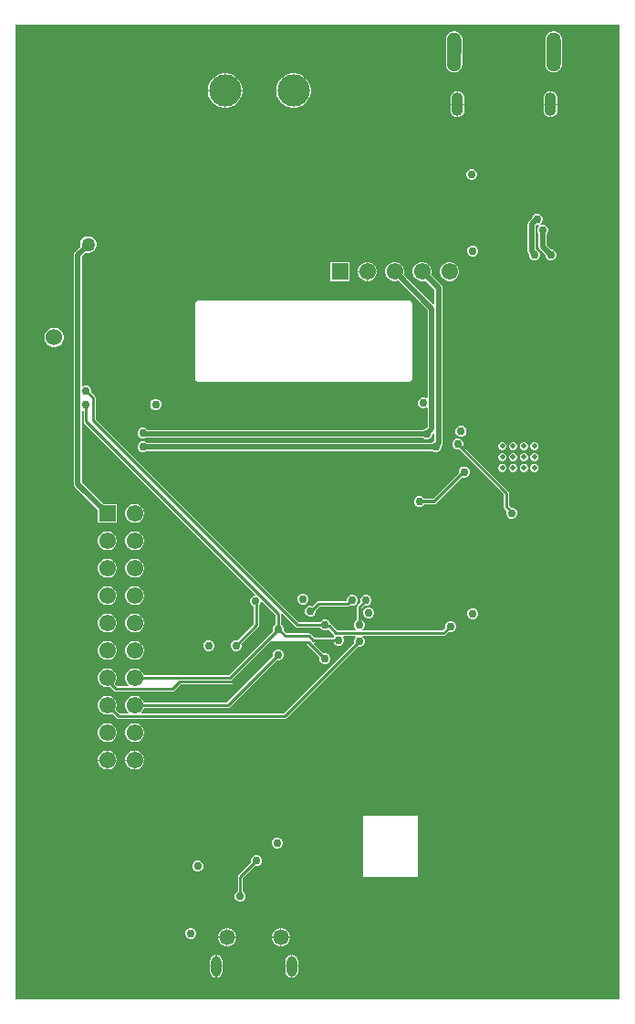
<source format=gbl>
G04*
G04 #@! TF.GenerationSoftware,Altium Limited,Altium Designer,22.5.1 (42)*
G04*
G04 Layer_Physical_Order=4*
G04 Layer_Color=16711680*
%FSLAX25Y25*%
%MOIN*%
G70*
G04*
G04 #@! TF.SameCoordinates,75008074-F7BD-429D-95DE-B313E7B70AFA*
G04*
G04*
G04 #@! TF.FilePolarity,Positive*
G04*
G01*
G75*
%ADD13C,0.01000*%
%ADD115C,0.00932*%
%ADD116C,0.02000*%
%ADD117C,0.01200*%
%ADD121O,0.03740X0.07480*%
%ADD122C,0.05709*%
%ADD123C,0.01181*%
%ADD124C,0.11811*%
%ADD125O,0.05118X0.10236*%
%ADD126O,0.04331X0.08661*%
%ADD127R,0.06102X0.06102*%
%ADD128C,0.06102*%
%ADD129C,0.06000*%
%ADD130C,0.01968*%
%ADD131C,0.05000*%
%ADD132C,0.03000*%
%ADD133C,0.23622*%
G36*
X968097Y443503D02*
X747203D01*
Y799397D01*
X968097D01*
Y443503D01*
D02*
G37*
%LPC*%
G36*
X943975Y796851D02*
X943964Y796847D01*
X943953Y796851D01*
X943819Y796847D01*
X943808Y796842D01*
X943796Y796846D01*
X943662Y796836D01*
X943652Y796830D01*
X943640Y796833D01*
X943507Y796816D01*
X943497Y796810D01*
X943485Y796812D01*
X943353Y796788D01*
X943343Y796781D01*
X943331Y796783D01*
X943200Y796752D01*
X943191Y796745D01*
X943179Y796746D01*
X943050Y796708D01*
X943041Y796700D01*
X943029Y796701D01*
X942902Y796656D01*
X942893Y796648D01*
X942881D01*
X942757Y796597D01*
X942749Y796588D01*
X942737Y796588D01*
X942616Y796530D01*
X942608Y796521D01*
X942595Y796520D01*
X942478Y796456D01*
X942470Y796446D01*
X942458Y796445D01*
X942344Y796375D01*
X942337Y796365D01*
X942325Y796362D01*
X942214Y796286D01*
X942208Y796276D01*
X942196Y796273D01*
X942090Y796191D01*
X942084Y796181D01*
X942072Y796177D01*
X941970Y796090D01*
X941965Y796079D01*
X941953Y796075D01*
X941856Y795983D01*
X941851Y795972D01*
X941840Y795967D01*
X941748Y795869D01*
X941744Y795858D01*
X941733Y795853D01*
X941646Y795751D01*
X941642Y795739D01*
X941632Y795733D01*
X941550Y795627D01*
X941547Y795615D01*
X941537Y795609D01*
X941461Y795498D01*
X941458Y795486D01*
X941448Y795479D01*
X941378Y795365D01*
X941377Y795353D01*
X941367Y795345D01*
X941303Y795227D01*
X941302Y795215D01*
X941293Y795207D01*
X941235Y795086D01*
X941235Y795074D01*
X941226Y795066D01*
X941175Y794942D01*
Y794930D01*
X941167Y794921D01*
X941122Y794794D01*
X941123Y794782D01*
X941115Y794773D01*
X941077Y794644D01*
X941078Y794632D01*
X941071Y794623D01*
X941040Y794492D01*
X941042Y794480D01*
X941035Y794470D01*
X941011Y794338D01*
X941013Y794326D01*
X941007Y794316D01*
X940990Y794183D01*
X940993Y794171D01*
X940987Y794161D01*
X940977Y794027D01*
X940981Y794016D01*
X940976Y794004D01*
X940972Y793870D01*
X940974Y793865D01*
X940972Y793859D01*
Y784804D01*
X940974Y784798D01*
X940972Y784793D01*
X940976Y784659D01*
X940981Y784648D01*
X940977Y784636D01*
X940987Y784503D01*
X940993Y784492D01*
X940990Y784480D01*
X941007Y784347D01*
X941013Y784337D01*
X941011Y784325D01*
X941035Y784193D01*
X941042Y784183D01*
X941040Y784171D01*
X941071Y784041D01*
X941078Y784031D01*
X941077Y784019D01*
X941115Y783890D01*
X941123Y783881D01*
X941122Y783869D01*
X941167Y783742D01*
X941175Y783733D01*
Y783721D01*
X941226Y783598D01*
X941235Y783589D01*
X941235Y783577D01*
X941293Y783456D01*
X941302Y783448D01*
X941303Y783436D01*
X941367Y783318D01*
X941377Y783310D01*
X941378Y783298D01*
X941449Y783184D01*
X941458Y783177D01*
X941461Y783165D01*
X941537Y783055D01*
X941547Y783048D01*
X941550Y783036D01*
X941632Y782930D01*
X941642Y782924D01*
X941646Y782912D01*
X941733Y782810D01*
X941744Y782805D01*
X941748Y782794D01*
X941840Y782696D01*
X941851Y782691D01*
X941856Y782680D01*
X941953Y782588D01*
X941965Y782584D01*
X941970Y782573D01*
X942072Y782486D01*
X942084Y782482D01*
X942090Y782472D01*
X942196Y782390D01*
X942208Y782387D01*
X942214Y782377D01*
X942325Y782301D01*
X942337Y782298D01*
X942344Y782289D01*
X942458Y782219D01*
X942470Y782217D01*
X942478Y782207D01*
X942595Y782143D01*
X942608Y782142D01*
X942616Y782133D01*
X942737Y782075D01*
X942749Y782075D01*
X942757Y782066D01*
X942881Y782015D01*
X942893D01*
X942902Y782007D01*
X943029Y781962D01*
X943041Y781963D01*
X943050Y781955D01*
X943179Y781917D01*
X943191Y781918D01*
X943200Y781911D01*
X943331Y781880D01*
X943343Y781882D01*
X943353Y781875D01*
X943485Y781851D01*
X943497Y781853D01*
X943507Y781847D01*
X943640Y781830D01*
X943652Y781833D01*
X943662Y781827D01*
X943796Y781817D01*
X943808Y781821D01*
X943819Y781816D01*
X943953Y781812D01*
X943964Y781816D01*
X943975Y781812D01*
X944109Y781816D01*
X944120Y781821D01*
X944132Y781817D01*
X944265Y781827D01*
X944276Y781833D01*
X944288Y781830D01*
X944421Y781847D01*
X944431Y781853D01*
X944443Y781851D01*
X944575Y781875D01*
X944585Y781882D01*
X944597Y781880D01*
X944727Y781911D01*
X944737Y781918D01*
X944749Y781917D01*
X944878Y781955D01*
X944887Y781963D01*
X944899Y781962D01*
X945026Y782007D01*
X945035Y782015D01*
X945047D01*
X945170Y782066D01*
X945179Y782075D01*
X945191Y782075D01*
X945312Y782133D01*
X945320Y782142D01*
X945332Y782143D01*
X945450Y782207D01*
X945458Y782217D01*
X945470Y782219D01*
X945584Y782289D01*
X945591Y782298D01*
X945603Y782301D01*
X945713Y782377D01*
X945720Y782387D01*
X945732Y782390D01*
X945838Y782472D01*
X945844Y782482D01*
X945856Y782486D01*
X945957Y782573D01*
X945963Y782584D01*
X945974Y782588D01*
X946072Y782680D01*
X946076Y782691D01*
X946087Y782696D01*
X946180Y782794D01*
X946184Y782805D01*
X946195Y782810D01*
X946282Y782912D01*
X946286Y782924D01*
X946296Y782930D01*
X946378Y783036D01*
X946381Y783048D01*
X946391Y783055D01*
X946467Y783165D01*
X946469Y783177D01*
X946479Y783184D01*
X946549Y783298D01*
X946551Y783310D01*
X946561Y783318D01*
X946624Y783436D01*
X946626Y783448D01*
X946635Y783456D01*
X946692Y783577D01*
X946693Y783589D01*
X946702Y783598D01*
X946753Y783721D01*
Y783733D01*
X946761Y783742D01*
X946806Y783869D01*
X946805Y783881D01*
X946813Y783890D01*
X946851Y784019D01*
X946850Y784031D01*
X946857Y784041D01*
X946888Y784171D01*
X946886Y784183D01*
X946893Y784193D01*
X946917Y784325D01*
X946915Y784337D01*
X946921Y784347D01*
X946938Y784480D01*
X946935Y784492D01*
X946941Y784503D01*
X946951Y784636D01*
X946947Y784648D01*
X946952Y784659D01*
X946956Y784793D01*
X946954Y784798D01*
X946956Y784804D01*
Y793859D01*
X946954Y793865D01*
X946956Y793870D01*
X946952Y794004D01*
X946947Y794016D01*
X946951Y794027D01*
X946941Y794161D01*
X946935Y794171D01*
X946938Y794183D01*
X946921Y794316D01*
X946915Y794326D01*
X946917Y794338D01*
X946893Y794470D01*
X946886Y794480D01*
X946888Y794492D01*
X946857Y794623D01*
X946850Y794632D01*
X946851Y794644D01*
X946813Y794773D01*
X946805Y794782D01*
X946806Y794794D01*
X946761Y794921D01*
X946753Y794930D01*
Y794942D01*
X946702Y795066D01*
X946693Y795074D01*
X946692Y795086D01*
X946635Y795207D01*
X946626Y795215D01*
X946624Y795227D01*
X946561Y795345D01*
X946551Y795353D01*
X946549Y795365D01*
X946479Y795479D01*
X946469Y795486D01*
X946467Y795498D01*
X946391Y795609D01*
X946381Y795615D01*
X946378Y795627D01*
X946296Y795733D01*
X946286Y795739D01*
X946282Y795751D01*
X946195Y795853D01*
X946184Y795858D01*
X946180Y795869D01*
X946087Y795967D01*
X946076Y795972D01*
X946072Y795983D01*
X945974Y796075D01*
X945963Y796079D01*
X945957Y796090D01*
X945856Y796177D01*
X945844Y796181D01*
X945838Y796191D01*
X945732Y796273D01*
X945720Y796276D01*
X945713Y796286D01*
X945603Y796362D01*
X945591Y796365D01*
X945584Y796375D01*
X945470Y796445D01*
X945458Y796446D01*
X945450Y796456D01*
X945332Y796520D01*
X945320Y796521D01*
X945312Y796530D01*
X945191Y796588D01*
X945179Y796588D01*
X945170Y796597D01*
X945047Y796648D01*
X945035D01*
X945026Y796656D01*
X944899Y796701D01*
X944887Y796700D01*
X944878Y796708D01*
X944749Y796746D01*
X944737Y796745D01*
X944727Y796752D01*
X944597Y796783D01*
X944585Y796781D01*
X944575Y796788D01*
X944443Y796812D01*
X944431Y796810D01*
X944421Y796816D01*
X944288Y796833D01*
X944276Y796830D01*
X944265Y796836D01*
X944132Y796846D01*
X944120Y796842D01*
X944109Y796847D01*
X943975Y796851D01*
D02*
G37*
G36*
X907597D02*
X907586Y796847D01*
X907575Y796851D01*
X907441Y796847D01*
X907430Y796842D01*
X907418Y796846D01*
X907285Y796836D01*
X907274Y796830D01*
X907262Y796833D01*
X907129Y796816D01*
X907119Y796810D01*
X907107Y796812D01*
X906975Y796788D01*
X906965Y796781D01*
X906953Y796783D01*
X906823Y796752D01*
X906813Y796745D01*
X906801Y796746D01*
X906672Y796708D01*
X906663Y796700D01*
X906651Y796701D01*
X906524Y796656D01*
X906515Y796648D01*
X906503D01*
X906379Y796597D01*
X906371Y796588D01*
X906359Y796588D01*
X906238Y796530D01*
X906230Y796521D01*
X906218Y796520D01*
X906100Y796456D01*
X906092Y796446D01*
X906080Y796445D01*
X905966Y796375D01*
X905959Y796365D01*
X905947Y796362D01*
X905837Y796286D01*
X905830Y796276D01*
X905818Y796273D01*
X905712Y796191D01*
X905706Y796181D01*
X905694Y796177D01*
X905592Y796090D01*
X905587Y796079D01*
X905576Y796075D01*
X905478Y795983D01*
X905474Y795972D01*
X905462Y795967D01*
X905370Y795869D01*
X905366Y795858D01*
X905355Y795853D01*
X905268Y795751D01*
X905264Y795739D01*
X905254Y795733D01*
X905172Y795627D01*
X905169Y795615D01*
X905159Y795609D01*
X905083Y795498D01*
X905080Y795486D01*
X905071Y795479D01*
X905001Y795365D01*
X904999Y795353D01*
X904989Y795345D01*
X904925Y795227D01*
X904924Y795215D01*
X904915Y795207D01*
X904857Y795086D01*
X904857Y795074D01*
X904848Y795066D01*
X904797Y794942D01*
Y794930D01*
X904789Y794921D01*
X904744Y794794D01*
X904745Y794782D01*
X904737Y794773D01*
X904699Y794644D01*
X904700Y794632D01*
X904693Y794623D01*
X904662Y794492D01*
X904664Y794480D01*
X904657Y794470D01*
X904633Y794338D01*
X904635Y794326D01*
X904629Y794316D01*
X904612Y794183D01*
X904615Y794171D01*
X904609Y794161D01*
X904599Y794027D01*
X904603Y794016D01*
X904598Y794004D01*
X904594Y793870D01*
X904596Y793865D01*
X904594Y793859D01*
Y784804D01*
X904596Y784798D01*
X904594Y784793D01*
X904598Y784659D01*
X904603Y784648D01*
X904599Y784636D01*
X904609Y784503D01*
X904615Y784492D01*
X904612Y784480D01*
X904629Y784347D01*
X904635Y784337D01*
X904633Y784325D01*
X904657Y784193D01*
X904664Y784183D01*
X904662Y784171D01*
X904693Y784041D01*
X904700Y784031D01*
X904699Y784019D01*
X904737Y783890D01*
X904745Y783881D01*
X904744Y783869D01*
X904789Y783742D01*
X904797Y783733D01*
Y783721D01*
X904848Y783598D01*
X904857Y783589D01*
X904857Y783577D01*
X904915Y783456D01*
X904924Y783448D01*
X904925Y783436D01*
X904989Y783318D01*
X904999Y783310D01*
X905001Y783298D01*
X905071Y783184D01*
X905080Y783177D01*
X905083Y783165D01*
X905159Y783055D01*
X905169Y783048D01*
X905172Y783036D01*
X905254Y782930D01*
X905264Y782924D01*
X905268Y782912D01*
X905355Y782810D01*
X905366Y782805D01*
X905370Y782794D01*
X905462Y782696D01*
X905474Y782691D01*
X905478Y782680D01*
X905576Y782588D01*
X905587Y782584D01*
X905592Y782573D01*
X905694Y782486D01*
X905706Y782482D01*
X905712Y782472D01*
X905818Y782390D01*
X905830Y782387D01*
X905837Y782377D01*
X905947Y782301D01*
X905959Y782298D01*
X905966Y782289D01*
X906080Y782219D01*
X906092Y782217D01*
X906100Y782207D01*
X906218Y782143D01*
X906230Y782142D01*
X906238Y782133D01*
X906359Y782075D01*
X906371Y782075D01*
X906379Y782066D01*
X906503Y782015D01*
X906515D01*
X906524Y782007D01*
X906651Y781962D01*
X906663Y781963D01*
X906672Y781955D01*
X906801Y781917D01*
X906813Y781918D01*
X906823Y781911D01*
X906953Y781880D01*
X906965Y781882D01*
X906975Y781875D01*
X907107Y781851D01*
X907119Y781853D01*
X907129Y781847D01*
X907262Y781830D01*
X907274Y781833D01*
X907285Y781827D01*
X907418Y781817D01*
X907430Y781821D01*
X907441Y781816D01*
X907575Y781812D01*
X907586Y781816D01*
X907597Y781812D01*
X907731Y781816D01*
X907742Y781821D01*
X907754Y781817D01*
X907887Y781827D01*
X907898Y781833D01*
X907910Y781830D01*
X908043Y781847D01*
X908053Y781853D01*
X908065Y781851D01*
X908197Y781875D01*
X908207Y781882D01*
X908219Y781880D01*
X908349Y781911D01*
X908359Y781918D01*
X908371Y781917D01*
X908500Y781955D01*
X908509Y781963D01*
X908521Y781962D01*
X908648Y782007D01*
X908657Y782015D01*
X908669D01*
X908792Y782066D01*
X908801Y782075D01*
X908813Y782075D01*
X908934Y782133D01*
X908942Y782142D01*
X908954Y782143D01*
X909072Y782207D01*
X909080Y782217D01*
X909092Y782219D01*
X909206Y782289D01*
X909213Y782298D01*
X909225Y782301D01*
X909335Y782377D01*
X909342Y782387D01*
X909354Y782390D01*
X909460Y782472D01*
X909466Y782482D01*
X909478Y782486D01*
X909579Y782573D01*
X909585Y782584D01*
X909596Y782588D01*
X909694Y782680D01*
X909698Y782691D01*
X909710Y782696D01*
X909802Y782794D01*
X909806Y782805D01*
X909817Y782810D01*
X909904Y782912D01*
X909908Y782924D01*
X909918Y782930D01*
X910000Y783036D01*
X910003Y783048D01*
X910013Y783055D01*
X910089Y783165D01*
X910091Y783177D01*
X910101Y783184D01*
X910171Y783298D01*
X910173Y783310D01*
X910183Y783318D01*
X910247Y783436D01*
X910248Y783448D01*
X910257Y783456D01*
X910315Y783577D01*
X910315Y783589D01*
X910324Y783598D01*
X910375Y783721D01*
Y783733D01*
X910383Y783742D01*
X910428Y783869D01*
X910427Y783881D01*
X910435Y783890D01*
X910473Y784019D01*
X910472Y784031D01*
X910479Y784041D01*
X910510Y784171D01*
X910508Y784183D01*
X910515Y784193D01*
X910539Y784325D01*
X910537Y784337D01*
X910543Y784347D01*
X910560Y784480D01*
X910557Y784492D01*
X910563Y784503D01*
X910573Y784636D01*
X910569Y784648D01*
X910574Y784659D01*
X910578Y784793D01*
X910576Y784798D01*
X910578Y784804D01*
Y793859D01*
X910576Y793865D01*
X910578Y793870D01*
X910574Y794004D01*
X910569Y794016D01*
X910573Y794027D01*
X910563Y794161D01*
X910557Y794171D01*
X910560Y794183D01*
X910543Y794316D01*
X910537Y794326D01*
X910539Y794338D01*
X910515Y794470D01*
X910508Y794480D01*
X910510Y794492D01*
X910479Y794623D01*
X910472Y794632D01*
X910473Y794644D01*
X910435Y794773D01*
X910427Y794782D01*
X910428Y794794D01*
X910383Y794921D01*
X910375Y794930D01*
Y794942D01*
X910324Y795066D01*
X910315Y795074D01*
X910315Y795086D01*
X910257Y795207D01*
X910248Y795215D01*
X910247Y795227D01*
X910183Y795345D01*
X910173Y795353D01*
X910171Y795365D01*
X910101Y795479D01*
X910091Y795486D01*
X910089Y795498D01*
X910013Y795609D01*
X910003Y795615D01*
X910000Y795627D01*
X909918Y795733D01*
X909908Y795739D01*
X909904Y795751D01*
X909817Y795853D01*
X909806Y795858D01*
X909802Y795869D01*
X909709Y795967D01*
X909698Y795972D01*
X909694Y795983D01*
X909596Y796075D01*
X909585Y796079D01*
X909579Y796090D01*
X909478Y796177D01*
X909466Y796181D01*
X909460Y796191D01*
X909354Y796273D01*
X909342Y796276D01*
X909335Y796286D01*
X909225Y796362D01*
X909213Y796365D01*
X909206Y796375D01*
X909092Y796445D01*
X909080Y796446D01*
X909072Y796456D01*
X908954Y796520D01*
X908942Y796521D01*
X908934Y796530D01*
X908813Y796588D01*
X908801Y796588D01*
X908792Y796597D01*
X908669Y796648D01*
X908657D01*
X908648Y796656D01*
X908521Y796701D01*
X908509Y796700D01*
X908500Y796708D01*
X908371Y796746D01*
X908359Y796745D01*
X908349Y796752D01*
X908219Y796783D01*
X908207Y796781D01*
X908197Y796788D01*
X908065Y796812D01*
X908053Y796810D01*
X908043Y796816D01*
X907910Y796833D01*
X907898Y796830D01*
X907887Y796836D01*
X907754Y796846D01*
X907742Y796842D01*
X907731Y796847D01*
X907597Y796851D01*
D02*
G37*
G36*
X824521Y781506D02*
X824100D01*
Y775400D01*
X830206D01*
Y775821D01*
X829963Y777039D01*
X829488Y778187D01*
X828798Y779220D01*
X827920Y780098D01*
X826887Y780788D01*
X825739Y781263D01*
X824521Y781506D01*
D02*
G37*
G36*
X823700D02*
X823279D01*
X822061Y781263D01*
X820913Y780788D01*
X819880Y780098D01*
X819002Y779220D01*
X818312Y778187D01*
X817837Y777039D01*
X817595Y775821D01*
Y775400D01*
X823700D01*
Y781506D01*
D02*
G37*
G36*
X942983Y774924D02*
Y770398D01*
X945370D01*
Y772363D01*
X945282Y773033D01*
X945024Y773657D01*
X944612Y774193D01*
X944077Y774604D01*
X943452Y774862D01*
X942983Y774924D01*
D02*
G37*
G36*
X942583D02*
X942113Y774862D01*
X941489Y774604D01*
X940953Y774193D01*
X940542Y773657D01*
X940283Y773033D01*
X940195Y772363D01*
Y770398D01*
X942583D01*
Y774924D01*
D02*
G37*
G36*
X908967D02*
Y770398D01*
X911355D01*
Y772363D01*
X911266Y773033D01*
X911008Y773657D01*
X910597Y774193D01*
X910061Y774604D01*
X909437Y774862D01*
X908967Y774924D01*
D02*
G37*
G36*
X908567D02*
X908097Y774862D01*
X907473Y774604D01*
X906937Y774193D01*
X906526Y773657D01*
X906268Y773033D01*
X906180Y772363D01*
Y770398D01*
X908567D01*
Y774924D01*
D02*
G37*
G36*
X849521Y781506D02*
X848279D01*
X847061Y781263D01*
X845913Y780788D01*
X844880Y780098D01*
X844002Y779220D01*
X843312Y778187D01*
X842837Y777039D01*
X842595Y775821D01*
Y774579D01*
X842837Y773361D01*
X843312Y772213D01*
X844002Y771180D01*
X844880Y770302D01*
X845913Y769612D01*
X847061Y769137D01*
X848279Y768894D01*
X849521D01*
X850739Y769137D01*
X851887Y769612D01*
X852920Y770302D01*
X853798Y771180D01*
X854488Y772213D01*
X854963Y773361D01*
X855206Y774579D01*
Y775821D01*
X854963Y777039D01*
X854488Y778187D01*
X853798Y779220D01*
X852920Y780098D01*
X851887Y780788D01*
X850739Y781263D01*
X849521Y781506D01*
D02*
G37*
G36*
X830206Y775000D02*
X824100D01*
Y768894D01*
X824521D01*
X825739Y769137D01*
X826887Y769612D01*
X827920Y770302D01*
X828798Y771180D01*
X829488Y772213D01*
X829963Y773361D01*
X830206Y774579D01*
Y775000D01*
D02*
G37*
G36*
X823700D02*
X817595D01*
Y774579D01*
X817837Y773361D01*
X818312Y772213D01*
X819002Y771180D01*
X819880Y770302D01*
X820913Y769612D01*
X822061Y769137D01*
X823279Y768894D01*
X823700D01*
Y775000D01*
D02*
G37*
G36*
X908567Y769998D02*
X906180D01*
Y768032D01*
X906268Y767363D01*
X906526Y766739D01*
X906937Y766203D01*
X907473Y765792D01*
X908097Y765533D01*
X908567Y765471D01*
Y769998D01*
D02*
G37*
G36*
X945370Y769998D02*
X942983D01*
Y765471D01*
X943452Y765533D01*
X944077Y765792D01*
X944612Y766203D01*
X945024Y766739D01*
X945282Y767363D01*
X945370Y768032D01*
Y769998D01*
D02*
G37*
G36*
X942583D02*
X940195D01*
Y768032D01*
X940283Y767363D01*
X940542Y766739D01*
X940953Y766203D01*
X941489Y765792D01*
X942113Y765533D01*
X942583Y765471D01*
Y769998D01*
D02*
G37*
G36*
X911355Y769998D02*
X908967D01*
Y765471D01*
X909437Y765533D01*
X910061Y765792D01*
X910597Y766203D01*
X911008Y766739D01*
X911266Y767363D01*
X911355Y768032D01*
Y769998D01*
D02*
G37*
G36*
X914384Y746574D02*
X913589D01*
X912854Y746270D01*
X912291Y745707D01*
X911987Y744972D01*
Y744176D01*
X912291Y743441D01*
X912854Y742878D01*
X913589Y742574D01*
X914384D01*
X915119Y742878D01*
X915682Y743441D01*
X915987Y744176D01*
Y744972D01*
X915682Y745707D01*
X915119Y746270D01*
X914384Y746574D01*
D02*
G37*
G36*
X774295Y722070D02*
X773505D01*
X772742Y721866D01*
X772058Y721471D01*
X771500Y720912D01*
X771105Y720228D01*
X770900Y719465D01*
Y718675D01*
X771024Y718213D01*
X769118Y716306D01*
X768808Y715843D01*
X768700Y715297D01*
X768700Y715297D01*
Y631673D01*
X768700Y631673D01*
X768808Y631127D01*
X769118Y630664D01*
X777449Y622332D01*
Y617449D01*
X784351D01*
Y624351D01*
X779468D01*
X771555Y632264D01*
Y658368D01*
X772054Y658631D01*
X772209Y658524D01*
Y654473D01*
X772279Y654122D01*
X772478Y653824D01*
X834908Y591394D01*
X834684Y590911D01*
X833999Y590628D01*
X833437Y590065D01*
X833132Y589330D01*
Y588534D01*
X833437Y587799D01*
X833999Y587237D01*
X834480Y587038D01*
Y580578D01*
X828513Y574611D01*
X828298Y574700D01*
X827502D01*
X826767Y574396D01*
X826204Y573833D01*
X825900Y573098D01*
Y572302D01*
X826204Y571567D01*
X826767Y571004D01*
X827502Y570700D01*
X828298D01*
X829033Y571004D01*
X829596Y571567D01*
X829900Y572302D01*
Y573098D01*
X829811Y573313D01*
X836047Y579549D01*
X836246Y579847D01*
X836316Y580198D01*
Y587287D01*
X836828Y587799D01*
X837111Y588484D01*
X837594Y588708D01*
X842482Y583820D01*
Y580485D01*
X842267Y580396D01*
X841704Y579833D01*
X841400Y579098D01*
Y578302D01*
X841489Y578087D01*
X825220Y561818D01*
X794227D01*
X794116Y562232D01*
X793662Y563019D01*
X793019Y563662D01*
X792232Y564116D01*
X791354Y564351D01*
X790446D01*
X789568Y564116D01*
X788781Y563662D01*
X788138Y563019D01*
X787684Y562232D01*
X787449Y561354D01*
Y560446D01*
X787684Y559568D01*
X788138Y558781D01*
X788553Y558366D01*
X788346Y557866D01*
X784252D01*
X783499Y558619D01*
X783662Y558781D01*
X784116Y559568D01*
X784351Y560446D01*
Y561354D01*
X784116Y562232D01*
X783662Y563019D01*
X783019Y563662D01*
X782232Y564116D01*
X781354Y564351D01*
X780446D01*
X779568Y564116D01*
X778781Y563662D01*
X778138Y563019D01*
X777684Y562232D01*
X777449Y561354D01*
Y560446D01*
X777684Y559568D01*
X778138Y558781D01*
X778781Y558138D01*
X779568Y557684D01*
X780446Y557449D01*
X781354D01*
X781922Y557601D01*
X783223Y556300D01*
X783521Y556101D01*
X783872Y556031D01*
X804690D01*
X805041Y556101D01*
X805339Y556300D01*
X807622Y558582D01*
X826180D01*
X826531Y558652D01*
X826829Y558851D01*
X841147Y573169D01*
X853833D01*
X858489Y568513D01*
X858400Y568298D01*
Y567502D01*
X858704Y566767D01*
X859267Y566205D01*
X860002Y565900D01*
X860798D01*
X861533Y566205D01*
X862096Y566767D01*
X862400Y567502D01*
Y568298D01*
X862096Y569033D01*
X861533Y569596D01*
X860798Y569900D01*
X860002D01*
X859787Y569811D01*
X856315Y573282D01*
X856522Y573782D01*
X863615D01*
X863704Y573567D01*
X864267Y573004D01*
X865002Y572700D01*
X865798D01*
X866533Y573004D01*
X867096Y573567D01*
X867400Y574302D01*
Y575098D01*
X867117Y575782D01*
X867299Y576282D01*
X871494D01*
X871654Y575782D01*
X871204Y575333D01*
X870900Y574598D01*
Y573802D01*
X870989Y573587D01*
X845269Y547866D01*
X793454D01*
X793247Y548366D01*
X793662Y548781D01*
X794116Y549568D01*
X794227Y549982D01*
X824889D01*
X825241Y550052D01*
X825538Y550251D01*
X842699Y567412D01*
X842914Y567322D01*
X843710D01*
X844445Y567627D01*
X845008Y568190D01*
X845312Y568925D01*
Y569720D01*
X845008Y570456D01*
X844445Y571018D01*
X843710Y571322D01*
X842914D01*
X842179Y571018D01*
X841617Y570456D01*
X841312Y569720D01*
Y568925D01*
X841401Y568709D01*
X824509Y551818D01*
X794227D01*
X794116Y552232D01*
X793662Y553019D01*
X793019Y553662D01*
X792232Y554116D01*
X791354Y554351D01*
X790446D01*
X789568Y554116D01*
X788781Y553662D01*
X788138Y553019D01*
X787684Y552232D01*
X787449Y551354D01*
Y550446D01*
X787684Y549568D01*
X788138Y548781D01*
X788553Y548366D01*
X788346Y547866D01*
X785231D01*
X783902Y549196D01*
X784116Y549568D01*
X784351Y550446D01*
Y551354D01*
X784116Y552232D01*
X783662Y553019D01*
X783019Y553662D01*
X782232Y554116D01*
X781354Y554351D01*
X780446D01*
X779568Y554116D01*
X778781Y553662D01*
X778138Y553019D01*
X777684Y552232D01*
X777449Y551354D01*
Y550446D01*
X777684Y549568D01*
X778138Y548781D01*
X778781Y548138D01*
X779568Y547684D01*
X780446Y547449D01*
X781354D01*
X782232Y547684D01*
X782604Y547899D01*
X784202Y546300D01*
X784500Y546101D01*
X784851Y546031D01*
X845649D01*
X846000Y546101D01*
X846298Y546300D01*
X872287Y572289D01*
X872502Y572200D01*
X873298D01*
X874033Y572505D01*
X874596Y573067D01*
X874900Y573802D01*
Y574598D01*
X874596Y575333D01*
X874146Y575782D01*
X874306Y576282D01*
X903714D01*
X904065Y576352D01*
X904363Y576551D01*
X905626Y577814D01*
X905902Y577700D01*
X906698D01*
X907433Y578005D01*
X907996Y578567D01*
X908300Y579302D01*
Y580098D01*
X907996Y580833D01*
X907433Y581396D01*
X906698Y581700D01*
X905902D01*
X905167Y581396D01*
X904605Y580833D01*
X904300Y580098D01*
Y579302D01*
X904364Y579148D01*
X903334Y578118D01*
X874306D01*
X874146Y578618D01*
X874596Y579067D01*
X874900Y579802D01*
Y580598D01*
X874596Y581333D01*
X874033Y581895D01*
X873818Y581985D01*
Y586320D01*
X874787Y587289D01*
X875002Y587200D01*
X875798D01*
X876533Y587504D01*
X877096Y588067D01*
X877400Y588802D01*
Y589598D01*
X877096Y590333D01*
X876533Y590896D01*
X875798Y591200D01*
X875002D01*
X874267Y590896D01*
X873705Y590333D01*
X873400Y589598D01*
Y588802D01*
X873489Y588587D01*
X872251Y587349D01*
X872052Y587051D01*
X871982Y586700D01*
Y581985D01*
X871767Y581895D01*
X871205Y581333D01*
X870900Y580598D01*
Y579802D01*
X871205Y579067D01*
X871654Y578618D01*
X871494Y578118D01*
X864866D01*
X862517Y580466D01*
X862400Y580545D01*
Y580598D01*
X862096Y581333D01*
X861533Y581896D01*
X860798Y582200D01*
X860002D01*
X859267Y581896D01*
X858704Y581333D01*
X858615Y581118D01*
X850780D01*
X776545Y655353D01*
Y663180D01*
X776475Y663531D01*
X776276Y663829D01*
X775038Y665067D01*
X775127Y665282D01*
Y666078D01*
X774823Y666813D01*
X774260Y667376D01*
X773525Y667680D01*
X772729D01*
X772054Y667401D01*
X771555Y667589D01*
Y714706D01*
X773043Y716194D01*
X773505Y716070D01*
X774295D01*
X775058Y716275D01*
X775742Y716670D01*
X776301Y717228D01*
X776696Y717912D01*
X776900Y718675D01*
Y719465D01*
X776696Y720228D01*
X776301Y720912D01*
X775742Y721471D01*
X775058Y721866D01*
X774295Y722070D01*
D02*
G37*
G36*
X914880Y718700D02*
X914084D01*
X913349Y718396D01*
X912786Y717833D01*
X912482Y717098D01*
Y716302D01*
X912786Y715567D01*
X913349Y715004D01*
X914084Y714700D01*
X914880D01*
X915615Y715004D01*
X916177Y715567D01*
X916482Y716302D01*
Y717098D01*
X916177Y717833D01*
X915615Y718396D01*
X914880Y718700D01*
D02*
G37*
G36*
X938298Y730200D02*
X937502D01*
X936767Y729896D01*
X936205Y729333D01*
X935900Y728598D01*
Y728547D01*
X934891Y727538D01*
X934581Y727075D01*
X934473Y726529D01*
X934473Y726528D01*
Y716471D01*
X934473Y716471D01*
X934581Y715924D01*
X934891Y715461D01*
X934900Y715452D01*
Y714802D01*
X935205Y714067D01*
X935767Y713505D01*
X936502Y713200D01*
X937298D01*
X938033Y713505D01*
X938596Y714067D01*
X938900Y714802D01*
Y715598D01*
X938596Y716333D01*
X938033Y716896D01*
X937327Y717188D01*
Y725937D01*
X937590Y726200D01*
X938298D01*
X938412Y726247D01*
X938695Y725823D01*
X938204Y725333D01*
X937900Y724598D01*
Y723802D01*
X938204Y723067D01*
X938473Y722799D01*
Y718200D01*
X938473Y718200D01*
X938581Y717654D01*
X938891Y717191D01*
X940900Y715181D01*
Y714802D01*
X941204Y714067D01*
X941767Y713505D01*
X942502Y713200D01*
X943298D01*
X944033Y713505D01*
X944596Y714067D01*
X944900Y714802D01*
Y715598D01*
X944596Y716333D01*
X944033Y716896D01*
X943298Y717200D01*
X942919D01*
X941327Y718791D01*
Y722799D01*
X941596Y723067D01*
X941900Y723802D01*
Y724598D01*
X941596Y725333D01*
X941033Y725896D01*
X940298Y726200D01*
X939502D01*
X939388Y726153D01*
X939105Y726577D01*
X939596Y727067D01*
X939900Y727802D01*
Y728598D01*
X939596Y729333D01*
X939033Y729896D01*
X938298Y730200D01*
D02*
G37*
G36*
X876354Y712651D02*
X876100D01*
Y709400D01*
X879351D01*
Y709654D01*
X879116Y710532D01*
X878662Y711319D01*
X878019Y711962D01*
X877232Y712416D01*
X876354Y712651D01*
D02*
G37*
G36*
X875700D02*
X875446D01*
X874568Y712416D01*
X873781Y711962D01*
X873138Y711319D01*
X872684Y710532D01*
X872449Y709654D01*
Y709400D01*
X875700D01*
Y712651D01*
D02*
G37*
G36*
X906354D02*
X905446D01*
X904568Y712416D01*
X903781Y711962D01*
X903138Y711319D01*
X902684Y710532D01*
X902449Y709654D01*
Y708746D01*
X902684Y707868D01*
X903138Y707081D01*
X903781Y706438D01*
X904568Y705984D01*
X905446Y705749D01*
X906354D01*
X907232Y705984D01*
X908019Y706438D01*
X908662Y707081D01*
X909116Y707868D01*
X909351Y708746D01*
Y709654D01*
X909116Y710532D01*
X908662Y711319D01*
X908019Y711962D01*
X907232Y712416D01*
X906354Y712651D01*
D02*
G37*
G36*
X879351Y709000D02*
X876100D01*
Y705749D01*
X876354D01*
X877232Y705984D01*
X878019Y706438D01*
X878662Y707081D01*
X879116Y707868D01*
X879351Y708746D01*
Y709000D01*
D02*
G37*
G36*
X875700D02*
X872449D01*
Y708746D01*
X872684Y707868D01*
X873138Y707081D01*
X873781Y706438D01*
X874568Y705984D01*
X875446Y705749D01*
X875700D01*
Y709000D01*
D02*
G37*
G36*
X869351Y712651D02*
X862449D01*
Y705749D01*
X869351D01*
Y712651D01*
D02*
G37*
G36*
X896354D02*
X895446D01*
X894568Y712416D01*
X893781Y711962D01*
X893138Y711319D01*
X892684Y710532D01*
X892449Y709654D01*
Y708746D01*
X892684Y707868D01*
X893138Y707081D01*
X893781Y706438D01*
X894568Y705984D01*
X895446Y705749D01*
X896354D01*
X897126Y705956D01*
X900473Y702609D01*
Y697353D01*
X899973Y697146D01*
X889145Y707974D01*
X889351Y708746D01*
Y709654D01*
X889116Y710532D01*
X888662Y711319D01*
X888019Y711962D01*
X887232Y712416D01*
X886354Y712651D01*
X885446D01*
X884568Y712416D01*
X883781Y711962D01*
X883138Y711319D01*
X882684Y710532D01*
X882449Y709654D01*
Y708746D01*
X882684Y707868D01*
X883138Y707081D01*
X883781Y706438D01*
X884568Y705984D01*
X885446Y705749D01*
X886354D01*
X887126Y705956D01*
X897973Y695109D01*
Y663109D01*
X897473Y662921D01*
X896798Y663200D01*
X896002D01*
X895267Y662896D01*
X894705Y662333D01*
X894400Y661598D01*
Y660802D01*
X894705Y660067D01*
X895267Y659505D01*
X896002Y659200D01*
X896798D01*
X897473Y659480D01*
X897973Y659291D01*
Y652463D01*
X897412Y651902D01*
X897204D01*
X896469Y651597D01*
X896201Y651329D01*
X795599D01*
X795042Y651887D01*
X794307Y652191D01*
X793511D01*
X792776Y651887D01*
X792213Y651324D01*
X791909Y650589D01*
Y649794D01*
X792213Y649058D01*
X792776Y648496D01*
X793511Y648191D01*
X794307D01*
X794990Y648475D01*
X896201D01*
X896469Y648206D01*
X897204Y647902D01*
X898000D01*
X898735Y648206D01*
X899298Y648769D01*
X899602Y649504D01*
Y650055D01*
X899973Y650425D01*
X900473Y650218D01*
Y647188D01*
X899767Y646896D01*
X899490Y646619D01*
X795310D01*
X795042Y646887D01*
X794307Y647191D01*
X793511D01*
X792776Y646887D01*
X792213Y646324D01*
X791909Y645589D01*
Y644794D01*
X792213Y644059D01*
X792776Y643496D01*
X793511Y643191D01*
X794307D01*
X795042Y643496D01*
X795310Y643764D01*
X899508D01*
X899767Y643504D01*
X900502Y643200D01*
X901298D01*
X902033Y643504D01*
X902596Y644067D01*
X902900Y644802D01*
Y645452D01*
X902909Y645461D01*
X902909Y645461D01*
X903219Y645924D01*
X903327Y646471D01*
Y703200D01*
X903327Y703200D01*
X903219Y703746D01*
X902909Y704209D01*
X902909Y704209D01*
X899144Y707974D01*
X899351Y708746D01*
Y709654D01*
X899116Y710532D01*
X898662Y711319D01*
X898019Y711962D01*
X897232Y712416D01*
X896354Y712651D01*
D02*
G37*
G36*
X761861Y688700D02*
X760939D01*
X760049Y688461D01*
X759251Y688001D01*
X758599Y687349D01*
X758139Y686551D01*
X757900Y685661D01*
Y684739D01*
X758139Y683849D01*
X758599Y683051D01*
X759251Y682399D01*
X760049Y681939D01*
X760939Y681700D01*
X761861D01*
X762751Y681939D01*
X763549Y682399D01*
X764201Y683051D01*
X764662Y683849D01*
X764900Y684739D01*
Y685661D01*
X764662Y686551D01*
X764201Y687349D01*
X763549Y688001D01*
X762751Y688461D01*
X761861Y688700D01*
D02*
G37*
G36*
X891400Y698503D02*
X813900D01*
X813593Y698442D01*
X813332Y698268D01*
X813158Y698007D01*
X813097Y697700D01*
Y669894D01*
X813158Y669587D01*
X813332Y669326D01*
X813593Y669152D01*
X813900Y669091D01*
X891400D01*
X891707Y669152D01*
X891968Y669326D01*
X892142Y669587D01*
X892203Y669894D01*
Y697700D01*
X892142Y698007D01*
X891968Y698268D01*
X891707Y698442D01*
X891400Y698503D01*
D02*
G37*
G36*
X798937Y662727D02*
X798141D01*
X797406Y662423D01*
X796843Y661860D01*
X796539Y661125D01*
Y660330D01*
X796843Y659594D01*
X797406Y659032D01*
X798141Y658728D01*
X798937D01*
X799672Y659032D01*
X800235Y659594D01*
X800539Y660330D01*
Y661125D01*
X800235Y661860D01*
X799672Y662423D01*
X798937Y662727D01*
D02*
G37*
G36*
X910561Y652846D02*
X909766D01*
X909031Y652542D01*
X908468Y651979D01*
X908163Y651244D01*
Y650449D01*
X908468Y649714D01*
X909031Y649151D01*
X909766Y648846D01*
X910561D01*
X911296Y649151D01*
X911859Y649714D01*
X912163Y650449D01*
Y651244D01*
X911859Y651979D01*
X911296Y652542D01*
X910561Y652846D01*
D02*
G37*
G36*
X937285Y646928D02*
X936694D01*
X936149Y646702D01*
X935731Y646285D01*
X935505Y645739D01*
Y645149D01*
X935731Y644603D01*
X936149Y644186D01*
X936694Y643960D01*
X937285D01*
X937830Y644186D01*
X938248Y644603D01*
X938474Y645149D01*
Y645739D01*
X938248Y646285D01*
X937830Y646702D01*
X937285Y646928D01*
D02*
G37*
G36*
X933348D02*
X932757D01*
X932212Y646702D01*
X931794Y646285D01*
X931568Y645739D01*
Y645149D01*
X931794Y644603D01*
X932212Y644186D01*
X932757Y643960D01*
X933348D01*
X933893Y644186D01*
X934311Y644603D01*
X934537Y645149D01*
Y645739D01*
X934311Y646285D01*
X933893Y646702D01*
X933348Y646928D01*
D02*
G37*
G36*
X929411D02*
X928820D01*
X928275Y646702D01*
X927857Y646285D01*
X927631Y645739D01*
Y645149D01*
X927857Y644603D01*
X928275Y644186D01*
X928820Y643960D01*
X929411D01*
X929956Y644186D01*
X930374Y644603D01*
X930600Y645149D01*
Y645739D01*
X930374Y646285D01*
X929956Y646702D01*
X929411Y646928D01*
D02*
G37*
G36*
X925474D02*
X924883D01*
X924338Y646702D01*
X923920Y646285D01*
X923694Y645739D01*
Y645149D01*
X923920Y644603D01*
X924338Y644186D01*
X924883Y643960D01*
X925474D01*
X926019Y644186D01*
X926437Y644603D01*
X926663Y645149D01*
Y645739D01*
X926437Y646285D01*
X926019Y646702D01*
X925474Y646928D01*
D02*
G37*
G36*
X937285Y642991D02*
X936694D01*
X936149Y642765D01*
X935731Y642348D01*
X935505Y641802D01*
Y641212D01*
X935731Y640666D01*
X936149Y640249D01*
X936694Y640023D01*
X937285D01*
X937830Y640249D01*
X938248Y640666D01*
X938474Y641212D01*
Y641802D01*
X938248Y642348D01*
X937830Y642765D01*
X937285Y642991D01*
D02*
G37*
G36*
X933348D02*
X932757D01*
X932212Y642765D01*
X931794Y642348D01*
X931568Y641802D01*
Y641212D01*
X931794Y640666D01*
X932212Y640249D01*
X932757Y640023D01*
X933348D01*
X933893Y640249D01*
X934311Y640666D01*
X934537Y641212D01*
Y641802D01*
X934311Y642348D01*
X933893Y642765D01*
X933348Y642991D01*
D02*
G37*
G36*
X929411D02*
X928820D01*
X928275Y642765D01*
X927857Y642348D01*
X927631Y641802D01*
Y641212D01*
X927857Y640666D01*
X928275Y640249D01*
X928820Y640023D01*
X929411D01*
X929956Y640249D01*
X930374Y640666D01*
X930600Y641212D01*
Y641802D01*
X930374Y642348D01*
X929956Y642765D01*
X929411Y642991D01*
D02*
G37*
G36*
X925474D02*
X924883D01*
X924338Y642765D01*
X923920Y642348D01*
X923694Y641802D01*
Y641212D01*
X923920Y640666D01*
X924338Y640249D01*
X924883Y640023D01*
X925474D01*
X926019Y640249D01*
X926437Y640666D01*
X926663Y641212D01*
Y641802D01*
X926437Y642348D01*
X926019Y642765D01*
X925474Y642991D01*
D02*
G37*
G36*
X937285Y639054D02*
X936694D01*
X936149Y638828D01*
X935731Y638411D01*
X935505Y637865D01*
Y637275D01*
X935731Y636729D01*
X936149Y636312D01*
X936694Y636086D01*
X937285D01*
X937830Y636312D01*
X938248Y636729D01*
X938474Y637275D01*
Y637865D01*
X938248Y638411D01*
X937830Y638828D01*
X937285Y639054D01*
D02*
G37*
G36*
X933348D02*
X932757D01*
X932212Y638828D01*
X931794Y638411D01*
X931568Y637865D01*
Y637275D01*
X931794Y636729D01*
X932212Y636312D01*
X932757Y636086D01*
X933348D01*
X933893Y636312D01*
X934311Y636729D01*
X934537Y637275D01*
Y637865D01*
X934311Y638411D01*
X933893Y638828D01*
X933348Y639054D01*
D02*
G37*
G36*
X929411D02*
X928820D01*
X928275Y638828D01*
X927857Y638411D01*
X927631Y637865D01*
Y637275D01*
X927857Y636729D01*
X928275Y636312D01*
X928820Y636086D01*
X929411D01*
X929956Y636312D01*
X930374Y636729D01*
X930600Y637275D01*
Y637865D01*
X930374Y638411D01*
X929956Y638828D01*
X929411Y639054D01*
D02*
G37*
G36*
X925474D02*
X924883D01*
X924338Y638828D01*
X923920Y638411D01*
X923694Y637865D01*
Y637275D01*
X923920Y636729D01*
X924338Y636312D01*
X924883Y636086D01*
X925474D01*
X926019Y636312D01*
X926437Y636729D01*
X926663Y637275D01*
Y637865D01*
X926437Y638411D01*
X926019Y638828D01*
X925474Y639054D01*
D02*
G37*
G36*
X911670Y638078D02*
X910875D01*
X910140Y637773D01*
X909577Y637211D01*
X909273Y636476D01*
Y635680D01*
X909319Y635567D01*
X900715Y626962D01*
X899973Y626220D01*
X896642D01*
X896596Y626333D01*
X896033Y626896D01*
X895298Y627200D01*
X894502D01*
X893767Y626896D01*
X893204Y626333D01*
X892900Y625598D01*
Y624802D01*
X893204Y624067D01*
X893767Y623504D01*
X894502Y623200D01*
X895298D01*
X896033Y623504D01*
X896596Y624067D01*
X896642Y624181D01*
X900395D01*
X900785Y624258D01*
X901116Y624479D01*
X902157Y625520D01*
X910761Y634125D01*
X910875Y634078D01*
X911670D01*
X912405Y634382D01*
X912968Y634945D01*
X913273Y635680D01*
Y636476D01*
X912968Y637211D01*
X912405Y637773D01*
X911670Y638078D01*
D02*
G37*
G36*
X909298Y648200D02*
X908502D01*
X907767Y647896D01*
X907205Y647333D01*
X906900Y646598D01*
Y645802D01*
X907205Y645067D01*
X907767Y644504D01*
X908502Y644200D01*
X909298D01*
X909513Y644289D01*
X925799Y628004D01*
Y623410D01*
X925868Y623058D01*
X926067Y622761D01*
X926788Y622040D01*
X926540Y621442D01*
Y620646D01*
X926845Y619911D01*
X927407Y619349D01*
X928143Y619044D01*
X928938D01*
X929673Y619349D01*
X930236Y619911D01*
X930540Y620646D01*
Y621442D01*
X930236Y622177D01*
X929673Y622740D01*
X928938Y623044D01*
X928379D01*
X927634Y623790D01*
Y628384D01*
X927564Y628735D01*
X927365Y629033D01*
X910811Y645587D01*
X910900Y645802D01*
Y646598D01*
X910596Y647333D01*
X910033Y647896D01*
X909298Y648200D01*
D02*
G37*
G36*
X791354Y624351D02*
X790446D01*
X789568Y624116D01*
X788781Y623662D01*
X788138Y623019D01*
X787684Y622232D01*
X787449Y621354D01*
Y620446D01*
X787684Y619568D01*
X788138Y618781D01*
X788781Y618138D01*
X789568Y617684D01*
X790446Y617449D01*
X791354D01*
X792232Y617684D01*
X793019Y618138D01*
X793662Y618781D01*
X794116Y619568D01*
X794351Y620446D01*
Y621354D01*
X794116Y622232D01*
X793662Y623019D01*
X793019Y623662D01*
X792232Y624116D01*
X791354Y624351D01*
D02*
G37*
G36*
Y614351D02*
X790446D01*
X789568Y614116D01*
X788781Y613662D01*
X788138Y613019D01*
X787684Y612232D01*
X787449Y611354D01*
Y610446D01*
X787684Y609568D01*
X788138Y608781D01*
X788781Y608138D01*
X789568Y607684D01*
X790446Y607449D01*
X791354D01*
X792232Y607684D01*
X793019Y608138D01*
X793662Y608781D01*
X794116Y609568D01*
X794351Y610446D01*
Y611354D01*
X794116Y612232D01*
X793662Y613019D01*
X793019Y613662D01*
X792232Y614116D01*
X791354Y614351D01*
D02*
G37*
G36*
X781354D02*
X780446D01*
X779568Y614116D01*
X778781Y613662D01*
X778138Y613019D01*
X777684Y612232D01*
X777449Y611354D01*
Y610446D01*
X777684Y609568D01*
X778138Y608781D01*
X778781Y608138D01*
X779568Y607684D01*
X780446Y607449D01*
X781354D01*
X782232Y607684D01*
X783019Y608138D01*
X783662Y608781D01*
X784116Y609568D01*
X784351Y610446D01*
Y611354D01*
X784116Y612232D01*
X783662Y613019D01*
X783019Y613662D01*
X782232Y614116D01*
X781354Y614351D01*
D02*
G37*
G36*
X791354Y604351D02*
X790446D01*
X789568Y604116D01*
X788781Y603662D01*
X788138Y603019D01*
X787684Y602232D01*
X787449Y601354D01*
Y600446D01*
X787684Y599568D01*
X788138Y598781D01*
X788781Y598138D01*
X789568Y597684D01*
X790446Y597449D01*
X791354D01*
X792232Y597684D01*
X793019Y598138D01*
X793662Y598781D01*
X794116Y599568D01*
X794351Y600446D01*
Y601354D01*
X794116Y602232D01*
X793662Y603019D01*
X793019Y603662D01*
X792232Y604116D01*
X791354Y604351D01*
D02*
G37*
G36*
X781354D02*
X780446D01*
X779568Y604116D01*
X778781Y603662D01*
X778138Y603019D01*
X777684Y602232D01*
X777449Y601354D01*
Y600446D01*
X777684Y599568D01*
X778138Y598781D01*
X778781Y598138D01*
X779568Y597684D01*
X780446Y597449D01*
X781354D01*
X782232Y597684D01*
X783019Y598138D01*
X783662Y598781D01*
X784116Y599568D01*
X784351Y600446D01*
Y601354D01*
X784116Y602232D01*
X783662Y603019D01*
X783019Y603662D01*
X782232Y604116D01*
X781354Y604351D01*
D02*
G37*
G36*
X852798Y591700D02*
X852002D01*
X851267Y591396D01*
X850704Y590833D01*
X850400Y590098D01*
Y589302D01*
X850704Y588567D01*
X851267Y588004D01*
X852002Y587700D01*
X852798D01*
X853533Y588004D01*
X854096Y588567D01*
X854400Y589302D01*
Y590098D01*
X854096Y590833D01*
X853533Y591396D01*
X852798Y591700D01*
D02*
G37*
G36*
X791354Y594351D02*
X790446D01*
X789568Y594116D01*
X788781Y593662D01*
X788138Y593019D01*
X787684Y592232D01*
X787449Y591354D01*
Y590446D01*
X787684Y589568D01*
X788138Y588781D01*
X788781Y588138D01*
X789568Y587684D01*
X790446Y587449D01*
X791354D01*
X792232Y587684D01*
X793019Y588138D01*
X793662Y588781D01*
X794116Y589568D01*
X794351Y590446D01*
Y591354D01*
X794116Y592232D01*
X793662Y593019D01*
X793019Y593662D01*
X792232Y594116D01*
X791354Y594351D01*
D02*
G37*
G36*
X781354D02*
X780446D01*
X779568Y594116D01*
X778781Y593662D01*
X778138Y593019D01*
X777684Y592232D01*
X777449Y591354D01*
Y590446D01*
X777684Y589568D01*
X778138Y588781D01*
X778781Y588138D01*
X779568Y587684D01*
X780446Y587449D01*
X781354D01*
X782232Y587684D01*
X783019Y588138D01*
X783662Y588781D01*
X784116Y589568D01*
X784351Y590446D01*
Y591354D01*
X784116Y592232D01*
X783662Y593019D01*
X783019Y593662D01*
X782232Y594116D01*
X781354Y594351D01*
D02*
G37*
G36*
X870798Y591200D02*
X870002D01*
X869267Y590896D01*
X868705Y590333D01*
X868400Y589598D01*
Y588846D01*
X857986D01*
X857635Y588776D01*
X857337Y588577D01*
X855815Y587055D01*
X855465Y587200D01*
X854669D01*
X853934Y586896D01*
X853372Y586333D01*
X853067Y585598D01*
Y584803D01*
X853372Y584067D01*
X853934Y583505D01*
X854669Y583200D01*
X855465D01*
X856200Y583505D01*
X856763Y584067D01*
X857067Y584803D01*
Y585598D01*
X857034Y585679D01*
X858366Y587011D01*
X868814D01*
X869165Y587081D01*
X869463Y587280D01*
X869565Y587381D01*
X870002Y587200D01*
X870798D01*
X871533Y587504D01*
X872096Y588067D01*
X872400Y588802D01*
Y589598D01*
X872096Y590333D01*
X871533Y590896D01*
X870798Y591200D01*
D02*
G37*
G36*
X876798Y586700D02*
X876002D01*
X875267Y586396D01*
X874704Y585833D01*
X874400Y585098D01*
Y584302D01*
X874704Y583567D01*
X875267Y583005D01*
X876002Y582700D01*
X876798D01*
X877533Y583005D01*
X878096Y583567D01*
X878400Y584302D01*
Y585098D01*
X878096Y585833D01*
X877533Y586396D01*
X876798Y586700D01*
D02*
G37*
G36*
X914859Y586325D02*
X914063D01*
X913328Y586020D01*
X912765Y585457D01*
X912461Y584722D01*
Y583927D01*
X912765Y583192D01*
X913328Y582629D01*
X914063Y582325D01*
X914859D01*
X915594Y582629D01*
X916156Y583192D01*
X916461Y583927D01*
Y584722D01*
X916156Y585457D01*
X915594Y586020D01*
X914859Y586325D01*
D02*
G37*
G36*
X791354Y584351D02*
X790446D01*
X789568Y584116D01*
X788781Y583662D01*
X788138Y583019D01*
X787684Y582232D01*
X787449Y581354D01*
Y580446D01*
X787684Y579568D01*
X788138Y578781D01*
X788781Y578138D01*
X789568Y577684D01*
X790446Y577449D01*
X791354D01*
X792232Y577684D01*
X793019Y578138D01*
X793662Y578781D01*
X794116Y579568D01*
X794351Y580446D01*
Y581354D01*
X794116Y582232D01*
X793662Y583019D01*
X793019Y583662D01*
X792232Y584116D01*
X791354Y584351D01*
D02*
G37*
G36*
X781354D02*
X780446D01*
X779568Y584116D01*
X778781Y583662D01*
X778138Y583019D01*
X777684Y582232D01*
X777449Y581354D01*
Y580446D01*
X777684Y579568D01*
X778138Y578781D01*
X778781Y578138D01*
X779568Y577684D01*
X780446Y577449D01*
X781354D01*
X782232Y577684D01*
X783019Y578138D01*
X783662Y578781D01*
X784116Y579568D01*
X784351Y580446D01*
Y581354D01*
X784116Y582232D01*
X783662Y583019D01*
X783019Y583662D01*
X782232Y584116D01*
X781354Y584351D01*
D02*
G37*
G36*
X818298Y574700D02*
X817502D01*
X816767Y574396D01*
X816204Y573833D01*
X815900Y573098D01*
Y572302D01*
X816204Y571567D01*
X816767Y571004D01*
X817502Y570700D01*
X818298D01*
X819033Y571004D01*
X819596Y571567D01*
X819900Y572302D01*
Y573098D01*
X819596Y573833D01*
X819033Y574396D01*
X818298Y574700D01*
D02*
G37*
G36*
X791354Y574351D02*
X790446D01*
X789568Y574116D01*
X788781Y573662D01*
X788138Y573019D01*
X787684Y572232D01*
X787449Y571354D01*
Y570446D01*
X787684Y569568D01*
X788138Y568781D01*
X788781Y568138D01*
X789568Y567684D01*
X790446Y567449D01*
X791354D01*
X792232Y567684D01*
X793019Y568138D01*
X793662Y568781D01*
X794116Y569568D01*
X794351Y570446D01*
Y571354D01*
X794116Y572232D01*
X793662Y573019D01*
X793019Y573662D01*
X792232Y574116D01*
X791354Y574351D01*
D02*
G37*
G36*
X781354D02*
X780446D01*
X779568Y574116D01*
X778781Y573662D01*
X778138Y573019D01*
X777684Y572232D01*
X777449Y571354D01*
Y570446D01*
X777684Y569568D01*
X778138Y568781D01*
X778781Y568138D01*
X779568Y567684D01*
X780446Y567449D01*
X781354D01*
X782232Y567684D01*
X783019Y568138D01*
X783662Y568781D01*
X784116Y569568D01*
X784351Y570446D01*
Y571354D01*
X784116Y572232D01*
X783662Y573019D01*
X783019Y573662D01*
X782232Y574116D01*
X781354Y574351D01*
D02*
G37*
G36*
X791354Y544351D02*
X790446D01*
X789568Y544116D01*
X788781Y543662D01*
X788138Y543019D01*
X787684Y542232D01*
X787449Y541354D01*
Y540446D01*
X787684Y539568D01*
X788138Y538781D01*
X788781Y538138D01*
X789568Y537684D01*
X790446Y537449D01*
X791354D01*
X792232Y537684D01*
X793019Y538138D01*
X793662Y538781D01*
X794116Y539568D01*
X794351Y540446D01*
Y541354D01*
X794116Y542232D01*
X793662Y543019D01*
X793019Y543662D01*
X792232Y544116D01*
X791354Y544351D01*
D02*
G37*
G36*
X781354D02*
X780446D01*
X779568Y544116D01*
X778781Y543662D01*
X778138Y543019D01*
X777684Y542232D01*
X777449Y541354D01*
Y540446D01*
X777684Y539568D01*
X778138Y538781D01*
X778781Y538138D01*
X779568Y537684D01*
X780446Y537449D01*
X781354D01*
X782232Y537684D01*
X783019Y538138D01*
X783662Y538781D01*
X784116Y539568D01*
X784351Y540446D01*
Y541354D01*
X784116Y542232D01*
X783662Y543019D01*
X783019Y543662D01*
X782232Y544116D01*
X781354Y544351D01*
D02*
G37*
G36*
X791354Y534351D02*
X791100D01*
Y531100D01*
X794351D01*
Y531354D01*
X794116Y532232D01*
X793662Y533019D01*
X793019Y533662D01*
X792232Y534116D01*
X791354Y534351D01*
D02*
G37*
G36*
X790700D02*
X790446D01*
X789568Y534116D01*
X788781Y533662D01*
X788138Y533019D01*
X787684Y532232D01*
X787449Y531354D01*
Y531100D01*
X790700D01*
Y534351D01*
D02*
G37*
G36*
X781354D02*
X781100D01*
Y531100D01*
X784351D01*
Y531354D01*
X784116Y532232D01*
X783662Y533019D01*
X783019Y533662D01*
X782232Y534116D01*
X781354Y534351D01*
D02*
G37*
G36*
X780700D02*
X780446D01*
X779568Y534116D01*
X778781Y533662D01*
X778138Y533019D01*
X777684Y532232D01*
X777449Y531354D01*
Y531100D01*
X780700D01*
Y534351D01*
D02*
G37*
G36*
X794351Y530700D02*
X791100D01*
Y527449D01*
X791354D01*
X792232Y527684D01*
X793019Y528138D01*
X793662Y528781D01*
X794116Y529568D01*
X794351Y530446D01*
Y530700D01*
D02*
G37*
G36*
X790700D02*
X787449D01*
Y530446D01*
X787684Y529568D01*
X788138Y528781D01*
X788781Y528138D01*
X789568Y527684D01*
X790446Y527449D01*
X790700D01*
Y530700D01*
D02*
G37*
G36*
X784351Y530700D02*
X781100D01*
Y527449D01*
X781354D01*
X782232Y527684D01*
X783019Y528138D01*
X783662Y528781D01*
X784116Y529568D01*
X784351Y530446D01*
Y530700D01*
D02*
G37*
G36*
X780700D02*
X777449D01*
Y530446D01*
X777684Y529568D01*
X778138Y528781D01*
X778781Y528138D01*
X779568Y527684D01*
X780446Y527449D01*
X780700D01*
Y530700D01*
D02*
G37*
G36*
X843298Y502700D02*
X842502D01*
X841767Y502396D01*
X841204Y501833D01*
X840900Y501098D01*
Y500302D01*
X841204Y499567D01*
X841767Y499005D01*
X842502Y498700D01*
X843298D01*
X844033Y499005D01*
X844596Y499567D01*
X844900Y500302D01*
Y501098D01*
X844596Y501833D01*
X844033Y502396D01*
X843298Y502700D01*
D02*
G37*
G36*
X835798Y496139D02*
X835002D01*
X834267Y495834D01*
X833704Y495272D01*
X833400Y494537D01*
Y493741D01*
X833504Y493491D01*
X828776Y488763D01*
X828584Y488477D01*
X828517Y488139D01*
Y482938D01*
X828267Y482834D01*
X827705Y482272D01*
X827400Y481537D01*
Y480741D01*
X827705Y480006D01*
X828267Y479443D01*
X829002Y479139D01*
X829798D01*
X830533Y479443D01*
X831096Y480006D01*
X831400Y480741D01*
Y481537D01*
X831096Y482272D01*
X830533Y482834D01*
X830283Y482938D01*
Y487773D01*
X834752Y492242D01*
X835002Y492139D01*
X835798D01*
X836533Y492443D01*
X837096Y493006D01*
X837400Y493741D01*
Y494537D01*
X837096Y495272D01*
X836533Y495834D01*
X835798Y496139D01*
D02*
G37*
G36*
X814298Y494139D02*
X813502D01*
X812767Y493834D01*
X812204Y493272D01*
X811900Y492537D01*
Y491741D01*
X812204Y491006D01*
X812767Y490443D01*
X813502Y490139D01*
X814298D01*
X815033Y490443D01*
X815596Y491006D01*
X815900Y491741D01*
Y492537D01*
X815596Y493272D01*
X815033Y493834D01*
X814298Y494139D01*
D02*
G37*
G36*
X894400Y510700D02*
X874266D01*
Y488200D01*
X894400D01*
Y510700D01*
D02*
G37*
G36*
X844734Y469523D02*
X844506D01*
Y466469D01*
X847560D01*
Y466697D01*
X847338Y467525D01*
X846910Y468267D01*
X846304Y468873D01*
X845562Y469301D01*
X844734Y469523D01*
D02*
G37*
G36*
X844106D02*
X843877D01*
X843049Y469301D01*
X842307Y468873D01*
X841701Y468267D01*
X841273Y467525D01*
X841051Y466697D01*
Y466469D01*
X844106D01*
Y469523D01*
D02*
G37*
G36*
X825049D02*
X824821D01*
Y466469D01*
X827875D01*
Y466697D01*
X827653Y467525D01*
X827225Y468267D01*
X826619Y468873D01*
X825877Y469301D01*
X825049Y469523D01*
D02*
G37*
G36*
X824421D02*
X824192D01*
X823364Y469301D01*
X822622Y468873D01*
X822016Y468267D01*
X821588Y467525D01*
X821366Y466697D01*
Y466469D01*
X824421D01*
Y469523D01*
D02*
G37*
G36*
X811798Y469700D02*
X811002D01*
X810267Y469396D01*
X809704Y468833D01*
X809400Y468098D01*
Y467302D01*
X809704Y466567D01*
X810267Y466005D01*
X811002Y465700D01*
X811798D01*
X812533Y466005D01*
X813096Y466567D01*
X813400Y467302D01*
Y468098D01*
X813096Y468833D01*
X812533Y469396D01*
X811798Y469700D01*
D02*
G37*
G36*
X847560Y466069D02*
X844506D01*
Y463015D01*
X844734D01*
X845562Y463236D01*
X846304Y463665D01*
X846910Y464271D01*
X847338Y465013D01*
X847560Y465840D01*
Y466069D01*
D02*
G37*
G36*
X844106D02*
X841051D01*
Y465840D01*
X841273Y465013D01*
X841701Y464271D01*
X842307Y463665D01*
X843049Y463236D01*
X843877Y463015D01*
X844106D01*
Y466069D01*
D02*
G37*
G36*
X827875D02*
X824821D01*
Y463015D01*
X825049D01*
X825877Y463236D01*
X826619Y463665D01*
X827225Y464271D01*
X827653Y465013D01*
X827875Y465840D01*
Y466069D01*
D02*
G37*
G36*
X824421D02*
X821366D01*
Y465840D01*
X821588Y465013D01*
X822016Y464271D01*
X822622Y463665D01*
X823364Y463236D01*
X824192Y463015D01*
X824421D01*
Y466069D01*
D02*
G37*
G36*
X848443Y459784D02*
Y455839D01*
X850557D01*
Y457509D01*
X850381Y458395D01*
X849879Y459146D01*
X849128Y459647D01*
X848443Y459784D01*
D02*
G37*
G36*
X848043D02*
X847357Y459647D01*
X846606Y459146D01*
X846104Y458395D01*
X845928Y457509D01*
Y455839D01*
X848043D01*
Y459784D01*
D02*
G37*
G36*
X820883Y459784D02*
Y455839D01*
X822998D01*
Y457509D01*
X822822Y458395D01*
X822320Y459146D01*
X821569Y459647D01*
X820883Y459784D01*
D02*
G37*
G36*
X820483Y459784D02*
X819798Y459647D01*
X819047Y459146D01*
X818545Y458395D01*
X818369Y457509D01*
Y455839D01*
X820483D01*
Y459784D01*
D02*
G37*
G36*
X822998Y455439D02*
X820883D01*
Y451494D01*
X821569Y451630D01*
X822320Y452132D01*
X822822Y452883D01*
X822998Y453769D01*
Y455439D01*
D02*
G37*
G36*
X850557Y455439D02*
X848443D01*
Y451494D01*
X849128Y451630D01*
X849879Y452132D01*
X850381Y452883D01*
X850557Y453769D01*
Y455439D01*
D02*
G37*
G36*
X848043D02*
X845928D01*
Y453769D01*
X846104Y452883D01*
X846606Y452132D01*
X847357Y451630D01*
X848043Y451494D01*
Y455439D01*
D02*
G37*
G36*
X820483Y455439D02*
X818369D01*
Y453769D01*
X818545Y452883D01*
X819047Y452132D01*
X819798Y451630D01*
X820483Y451494D01*
Y455439D01*
D02*
G37*
%LPD*%
G36*
X944098Y796415D02*
X944231Y796404D01*
X944364Y796387D01*
X944496Y796362D01*
X944626Y796331D01*
X944755Y796293D01*
X944881Y796248D01*
X945005Y796197D01*
X945126Y796139D01*
X945243Y796075D01*
X945358Y796005D01*
X945468Y795929D01*
X945574Y795848D01*
X945676Y795761D01*
X945773Y795669D01*
X945866Y795572D01*
X945953Y795470D01*
X946034Y795363D01*
X946110Y795253D01*
X946180Y795139D01*
X946244Y795021D01*
X946302Y794900D01*
X946353Y794776D01*
X946398Y794650D01*
X946436Y794521D01*
X946467Y794391D01*
X946492Y794259D01*
X946509Y794127D01*
X946519Y793993D01*
X946523Y793859D01*
Y784804D01*
X946519Y784670D01*
X946509Y784537D01*
X946492Y784404D01*
X946467Y784272D01*
X946436Y784142D01*
X946398Y784013D01*
X946353Y783887D01*
X946302Y783763D01*
X946244Y783642D01*
X946180Y783525D01*
X946110Y783410D01*
X946034Y783300D01*
X945953Y783193D01*
X945866Y783092D01*
X945773Y782995D01*
X945676Y782902D01*
X945574Y782815D01*
X945468Y782734D01*
X945358Y782658D01*
X945243Y782588D01*
X945126Y782524D01*
X945005Y782466D01*
X944881Y782415D01*
X944755Y782370D01*
X944626Y782332D01*
X944496Y782301D01*
X944364Y782276D01*
X944231Y782259D01*
X944098Y782248D01*
X943964Y782245D01*
X943830Y782248D01*
X943696Y782259D01*
X943564Y782276D01*
X943432Y782301D01*
X943302Y782332D01*
X943173Y782370D01*
X943047Y782415D01*
X942923Y782466D01*
X942802Y782524D01*
X942684Y782588D01*
X942570Y782658D01*
X942460Y782734D01*
X942353Y782815D01*
X942252Y782902D01*
X942154Y782995D01*
X942062Y783092D01*
X941975Y783193D01*
X941894Y783300D01*
X941818Y783410D01*
X941748Y783525D01*
X941684Y783642D01*
X941626Y783763D01*
X941575Y783887D01*
X941530Y784013D01*
X941492Y784142D01*
X941461Y784272D01*
X941436Y784404D01*
X941419Y784537D01*
X941408Y784670D01*
X941405Y784804D01*
Y793859D01*
X941408Y793993D01*
X941419Y794127D01*
X941436Y794259D01*
X941461Y794391D01*
X941492Y794521D01*
X941530Y794650D01*
X941575Y794776D01*
X941626Y794900D01*
X941684Y795021D01*
X941748Y795139D01*
X941818Y795253D01*
X941894Y795363D01*
X941975Y795470D01*
X942062Y795572D01*
X942154Y795669D01*
X942252Y795761D01*
X942353Y795848D01*
X942460Y795929D01*
X942570Y796005D01*
X942684Y796075D01*
X942802Y796139D01*
X942923Y796197D01*
X943047Y796248D01*
X943173Y796293D01*
X943302Y796331D01*
X943432Y796362D01*
X943564Y796387D01*
X943696Y796404D01*
X943830Y796415D01*
X943964Y796418D01*
X944098Y796415D01*
D02*
G37*
G36*
X907720D02*
X907854Y796404D01*
X907986Y796387D01*
X908118Y796362D01*
X908248Y796331D01*
X908377Y796293D01*
X908503Y796248D01*
X908627Y796197D01*
X908748Y796139D01*
X908866Y796075D01*
X908980Y796005D01*
X909090Y795929D01*
X909196Y795848D01*
X909298Y795761D01*
X909396Y795669D01*
X909488Y795572D01*
X909575Y795470D01*
X909656Y795363D01*
X909732Y795253D01*
X909802Y795139D01*
X909866Y795021D01*
X909924Y794900D01*
X909975Y794776D01*
X910020Y794650D01*
X910058Y794521D01*
X910089Y794391D01*
X910114Y794259D01*
X910131Y794127D01*
X910141Y793993D01*
X910145Y793859D01*
Y784804D01*
X910141Y784670D01*
X910131Y784537D01*
X910114Y784404D01*
X910089Y784272D01*
X910058Y784142D01*
X910020Y784013D01*
X909975Y783887D01*
X909924Y783763D01*
X909866Y783642D01*
X909802Y783525D01*
X909732Y783410D01*
X909656Y783300D01*
X909575Y783193D01*
X909488Y783092D01*
X909396Y782995D01*
X909298Y782902D01*
X909196Y782815D01*
X909090Y782734D01*
X908980Y782658D01*
X908866Y782588D01*
X908748Y782524D01*
X908627Y782466D01*
X908503Y782415D01*
X908377Y782370D01*
X908248Y782332D01*
X908118Y782301D01*
X907986Y782276D01*
X907854Y782259D01*
X907720Y782248D01*
X907586Y782245D01*
X907452Y782248D01*
X907318Y782259D01*
X907186Y782276D01*
X907054Y782301D01*
X906924Y782332D01*
X906795Y782370D01*
X906669Y782415D01*
X906545Y782466D01*
X906424Y782524D01*
X906306Y782588D01*
X906192Y782658D01*
X906082Y782734D01*
X905976Y782815D01*
X905874Y782902D01*
X905776Y782995D01*
X905684Y783092D01*
X905597Y783193D01*
X905516Y783300D01*
X905440Y783410D01*
X905370Y783525D01*
X905306Y783642D01*
X905248Y783763D01*
X905197Y783887D01*
X905152Y784013D01*
X905114Y784142D01*
X905083Y784272D01*
X905058Y784404D01*
X905041Y784537D01*
X905030Y784670D01*
X905027Y784804D01*
Y793859D01*
X905030Y793993D01*
X905041Y794127D01*
X905058Y794259D01*
X905083Y794391D01*
X905114Y794521D01*
X905152Y794650D01*
X905197Y794776D01*
X905248Y794900D01*
X905306Y795021D01*
X905370Y795139D01*
X905440Y795253D01*
X905516Y795363D01*
X905597Y795470D01*
X905684Y795572D01*
X905776Y795669D01*
X905874Y795761D01*
X905976Y795848D01*
X906082Y795929D01*
X906192Y796005D01*
X906306Y796075D01*
X906424Y796139D01*
X906545Y796197D01*
X906669Y796248D01*
X906795Y796293D01*
X906924Y796331D01*
X907054Y796362D01*
X907186Y796387D01*
X907318Y796404D01*
X907452Y796415D01*
X907586Y796418D01*
X907720Y796415D01*
D02*
G37*
G36*
X849751Y579551D02*
X850049Y579352D01*
X850400Y579282D01*
X858615D01*
X858704Y579067D01*
X859267Y578505D01*
X860002Y578200D01*
X860798D01*
X861533Y578505D01*
X861708Y578680D01*
X863776Y576612D01*
X863836Y576469D01*
X863828Y575956D01*
X863704Y575833D01*
X863615Y575618D01*
X856509D01*
X855278Y576849D01*
X854981Y577048D01*
X854629Y577118D01*
X846280D01*
X845311Y578087D01*
X845400Y578302D01*
Y579098D01*
X845096Y579833D01*
X844533Y580396D01*
X844318Y580485D01*
Y584200D01*
X844298Y584297D01*
X844759Y584543D01*
X849751Y579551D01*
D02*
G37*
D13*
X835398Y580198D02*
Y588666D01*
X827900Y572700D02*
X835398Y580198D01*
X928540Y621044D02*
Y621585D01*
X835132Y588932D02*
X835398Y588666D01*
X780900Y559921D02*
Y560900D01*
Y559921D02*
X783872Y556949D01*
X804690D01*
X790900Y560900D02*
X825600D01*
X807242Y559500D02*
X826180D01*
X825600Y560900D02*
X843400Y578700D01*
X804690Y556949D02*
X807242Y559500D01*
X857986Y587928D02*
X868814D01*
X855258Y585200D02*
X857986Y587928D01*
X855067Y585200D02*
X855258D01*
X840767Y574087D02*
X854213D01*
X826180Y559500D02*
X840767Y574087D01*
X854213D02*
X860400Y567900D01*
X790900Y550900D02*
X824889D01*
X843312Y569322D01*
X870086Y589200D02*
X870400D01*
X868814Y587928D02*
X870086Y589200D01*
X860783Y579817D02*
X861868D01*
X860400Y580200D02*
X860783Y579817D01*
X843400Y578700D02*
X845900Y576200D01*
X854629D02*
X856129Y574700D01*
X865400D01*
X845900Y576200D02*
X854629D01*
X861868Y579817D02*
X864486Y577200D01*
X903714D01*
X872900Y580200D02*
Y586700D01*
X875400Y589200D01*
X845649Y546949D02*
X872900Y574200D01*
X780900Y550900D02*
X784851Y546949D01*
X845649D01*
X903714Y577200D02*
X906214Y579700D01*
X906300D01*
X773127Y665680D02*
X775627Y663180D01*
X843400Y578700D02*
Y584200D01*
X775627Y654973D02*
Y663180D01*
X773127Y654473D02*
Y660720D01*
X850400Y580200D02*
X860400D01*
X773127Y654473D02*
X843400Y584200D01*
X775627Y654973D02*
X850400Y580200D01*
X926716Y623410D02*
X928540Y621585D01*
X926716Y623410D02*
Y628384D01*
X908900Y646200D02*
X926716Y628384D01*
D115*
X829400Y481139D02*
Y488139D01*
X835400Y494139D01*
D116*
X939900Y718200D02*
X942900Y715200D01*
X939900Y718200D02*
Y724200D01*
X936900Y715200D02*
Y715471D01*
X935900Y716471D02*
X936900Y715471D01*
X937380Y728009D02*
X937709D01*
X935900Y716471D02*
Y726529D01*
X937380Y728009D01*
X937709D02*
X937900Y728200D01*
X770127Y715297D02*
X773900Y719070D01*
X770127Y631673D02*
Y715297D01*
Y631673D02*
X780900Y620900D01*
X885900Y709200D02*
X899400Y695700D01*
X895900Y709200D02*
X901900Y703200D01*
Y646471D02*
Y703200D01*
X900900Y645200D02*
Y645471D01*
X901900Y646471D01*
X899400Y651872D02*
Y695700D01*
X897602Y650073D02*
X899400Y651872D01*
X897602Y649902D02*
Y650073D01*
X793909Y650191D02*
X794179D01*
X794469Y649902D01*
X897602D01*
X900891Y645191D02*
X900900Y645200D01*
X793909Y645191D02*
X900891D01*
D117*
X894900Y625200D02*
X900395D01*
X901436Y626241D01*
X910973Y635778D02*
X911273Y636078D01*
X901436Y626241D02*
X910973Y635778D01*
D121*
X848243Y455639D02*
D03*
X820683D02*
D03*
D122*
X844306Y466269D02*
D03*
X824621D02*
D03*
D123*
X846207Y639524D02*
D03*
X843495Y631213D02*
D03*
X854518D02*
D03*
Y636724D02*
D03*
X849006D02*
D03*
X843495D02*
D03*
X851719Y639524D02*
D03*
Y634012D02*
D03*
X846207D02*
D03*
X851719Y628500D02*
D03*
X846207D02*
D03*
D124*
X848900Y775200D02*
D03*
X823900D02*
D03*
D125*
X907586Y791300D02*
D03*
X943964D02*
D03*
D126*
X908767Y770198D02*
D03*
X942783D02*
D03*
D127*
X865900Y709200D02*
D03*
X780900Y620900D02*
D03*
D128*
X875900Y709200D02*
D03*
X885900D02*
D03*
X895900D02*
D03*
X905900D02*
D03*
X790900Y570900D02*
D03*
Y580900D02*
D03*
X780900D02*
D03*
Y570900D02*
D03*
Y590900D02*
D03*
X790900D02*
D03*
X780900Y600900D02*
D03*
X790900D02*
D03*
X780900Y610900D02*
D03*
X790900D02*
D03*
Y620900D02*
D03*
X780900Y530900D02*
D03*
X790900D02*
D03*
X780900Y540900D02*
D03*
X790900D02*
D03*
X780900Y550900D02*
D03*
X790900D02*
D03*
Y560900D02*
D03*
X780900D02*
D03*
D129*
X758900Y635200D02*
D03*
X818900Y710200D02*
D03*
X761400Y685200D02*
D03*
D130*
X923610Y727822D02*
D03*
Y732153D02*
D03*
X927940Y727822D02*
D03*
Y732153D02*
D03*
X936990Y645444D02*
D03*
Y641507D02*
D03*
Y637570D02*
D03*
X933053Y645444D02*
D03*
Y641507D02*
D03*
Y637570D02*
D03*
X929116Y645444D02*
D03*
Y641507D02*
D03*
Y637570D02*
D03*
X925179Y645444D02*
D03*
Y641507D02*
D03*
Y637570D02*
D03*
D131*
X773900Y719070D02*
D03*
D132*
X913986Y744574D02*
D03*
X913986Y749806D02*
D03*
X937900Y728200D02*
D03*
X936900Y715200D02*
D03*
X942900D02*
D03*
X939900Y724200D02*
D03*
X914461Y584325D02*
D03*
X829400Y481139D02*
D03*
X835400Y494139D02*
D03*
X817900Y572700D02*
D03*
X813900Y492139D02*
D03*
X894900Y625200D02*
D03*
X911273Y636078D02*
D03*
X914482Y716700D02*
D03*
X928540Y621044D02*
D03*
X827900Y572700D02*
D03*
X811400Y467700D02*
D03*
X798539Y660728D02*
D03*
X773127Y660720D02*
D03*
X842900Y500700D02*
D03*
X835132Y588932D02*
D03*
X773127Y665680D02*
D03*
X773400Y694700D02*
D03*
X843400Y578700D02*
D03*
X860400Y580200D02*
D03*
Y567900D02*
D03*
X855067Y585200D02*
D03*
X852400Y589700D02*
D03*
X843312Y569322D02*
D03*
X870400Y589200D02*
D03*
X876400Y584700D02*
D03*
X875400Y589200D02*
D03*
X865400Y574700D02*
D03*
X872900Y580200D02*
D03*
X872900Y574200D02*
D03*
X906300Y579700D02*
D03*
X793909Y650191D02*
D03*
Y645191D02*
D03*
X900900Y645200D02*
D03*
X896400Y661200D02*
D03*
X910163Y650846D02*
D03*
X897602Y649902D02*
D03*
X908900Y646200D02*
D03*
D133*
X773900Y782200D02*
D03*
Y460200D02*
D03*
X923900Y684200D02*
D03*
X941900Y460200D02*
D03*
M02*

</source>
